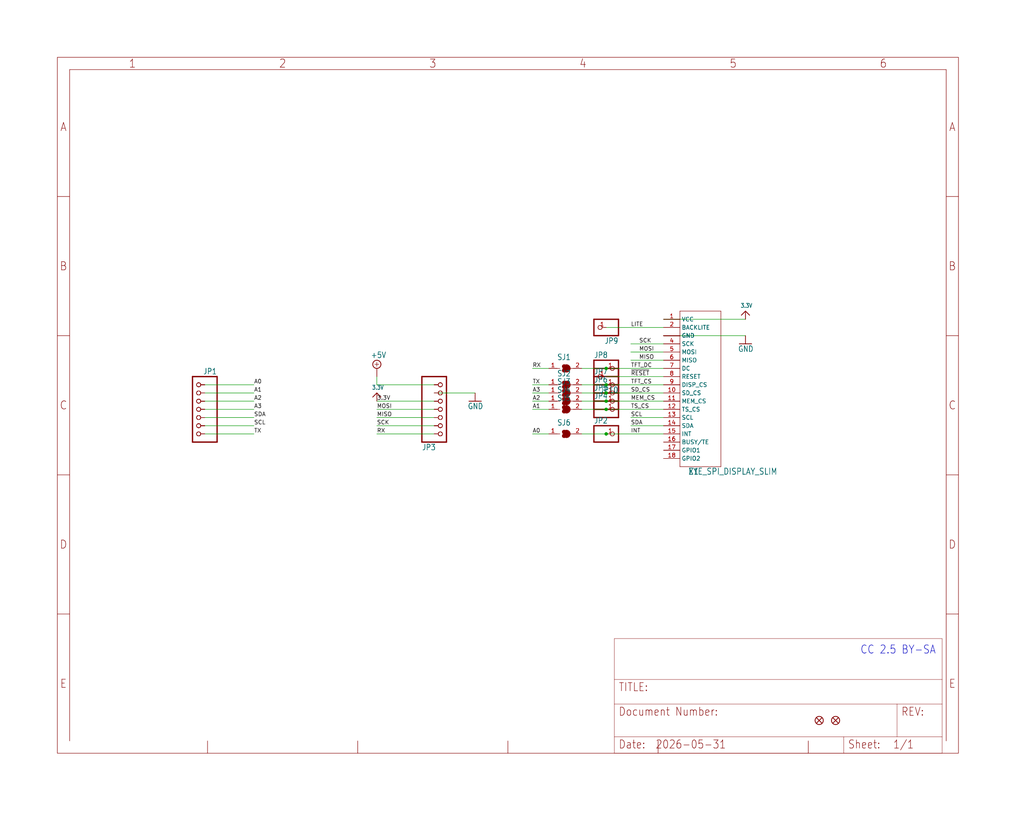
<source format=kicad_sch>
(kicad_sch (version 20230121) (generator eeschema)
  (paper "User" 317.5 254.127)
  (lib_symbols
    (symbol "working-eagle-import:+5V" (power)
      (property "Value" "+5V" (at -1.905 3.175 0))
      (symbol "+5V_1_0"
        (polyline (pts (xy -0.635 1.27) (xy 0.635 1.27)) (stroke (width 0.1524)))
        (polyline (pts (xy 0 0.635) (xy 0 1.905)) (stroke (width 0.1524)))
        (circle (center 0 1.27) (radius 1.27) (stroke (width 0.254)))
        (pin power_in line (at 0 -2.54 90) (length 2.54) (name "+5V") (number "1"))
      )
    )
    (symbol "working-eagle-import:3.3V" (power)
      (property "Value" "3.3V" (at -1.524 1.016 0))
      (symbol "3.3V_1_0"
        (polyline (pts (xy -1.27 -1.27) (xy 0 0)) (stroke (width 0.254)))
        (polyline (pts (xy 0 0) (xy 1.27 -1.27)) (stroke (width 0.254)))
        (pin power_in line (at 0 -2.54 90) (length 2.54) (name "3.3V") (number "1"))
      )
    )
    (symbol "working-eagle-import:EYE_SPI_DISPLAY_SLIM"
      (property "Reference" "X" (at 2.54 -27.94 0))
      (symbol "EYE_SPI_DISPLAY_SLIM_1_0"
        (polyline (pts (xy 0 -25.4) (xy 0 22.86)) (stroke (width 0.1524)))
        (polyline (pts (xy 0 22.86) (xy 12.7 22.86)) (stroke (width 0.1524)))
        (polyline (pts (xy 12.7 -25.4) (xy 0 -25.4)) (stroke (width 0.1524)))
        (polyline (pts (xy 12.7 22.86) (xy 12.7 -25.4)) (stroke (width 0.1524)))
        (pin power_in line (at -5.08 20.32 0) (length 5.08) (name "VCC") (number "1"))
        (pin input line (at -5.08 -2.54 0) (length 5.08) (name "SD_CS") (number "10"))
        (pin input line (at -5.08 -5.08 0) (length 5.08) (name "MEM_CS") (number "11"))
        (pin input line (at -5.08 -7.62 0) (length 5.08) (name "TS_CS") (number "12"))
        (pin input line (at -5.08 -10.16 0) (length 5.08) (name "SCL") (number "13"))
        (pin bidirectional line (at -5.08 -12.7 0) (length 5.08) (name "SDA") (number "14"))
        (pin output line (at -5.08 -15.24 0) (length 5.08) (name "INT") (number "15"))
        (pin output line (at -5.08 -17.78 0) (length 5.08) (name "BUSY/TE") (number "16"))
        (pin passive line (at -5.08 -20.32 0) (length 5.08) (name "GPIO1") (number "17"))
        (pin passive line (at -5.08 -22.86 0) (length 5.08) (name "GPIO2") (number "18"))
        (pin input line (at -5.08 17.78 0) (length 5.08) (name "BACKLITE") (number "2"))
        (pin power_in line (at -5.08 15.24 0) (length 5.08) (name "GND") (number "3"))
        (pin input line (at -5.08 12.7 0) (length 5.08) (name "SCK") (number "4"))
        (pin input line (at -5.08 10.16 0) (length 5.08) (name "MOSI") (number "5"))
        (pin output line (at -5.08 7.62 0) (length 5.08) (name "MISO") (number "6"))
        (pin input line (at -5.08 5.08 0) (length 5.08) (name "DC") (number "7"))
        (pin input line (at -5.08 2.54 0) (length 5.08) (name "RESET") (number "8"))
        (pin input line (at -5.08 0 0) (length 5.08) (name "DISP_CS") (number "9"))
        (pin power_in line (at -5.08 15.24 0) (length 5.08) (name "GND") (number "SUPPORT1"))
        (pin power_in line (at -5.08 15.24 0) (length 5.08) (name "GND") (number "SUPPORT2"))
      )
    )
    (symbol "working-eagle-import:FIDUCIAL_1MM"
      (symbol "FIDUCIAL_1MM_1_0"
        (polyline (pts (xy -0.762 0.762) (xy 0.762 -0.762)) (stroke (width 0.254)))
        (polyline (pts (xy 0.762 0.762) (xy -0.762 -0.762)) (stroke (width 0.254)))
        (circle (center 0 0) (radius 1.27) (stroke (width 0.254)))
      )
    )
    (symbol "working-eagle-import:FRAME_A_L"
      (symbol "FRAME_A_L_1_0"
        (polyline (pts (xy 0 43.18) (xy 3.81 43.18)))
        (polyline (pts (xy 0 86.36) (xy 3.81 86.36)))
        (polyline (pts (xy 0 129.54) (xy 3.81 129.54)))
        (polyline (pts (xy 0 172.72) (xy 3.81 172.72)))
        (polyline (pts (xy 3.81 3.81) (xy 3.81 212.09)))
        (polyline (pts (xy 46.5667 0) (xy 46.5667 3.81)))
        (polyline (pts (xy 93.1333 0) (xy 93.1333 3.81)))
        (polyline (pts (xy 139.7 0) (xy 139.7 3.81)))
        (polyline (pts (xy 186.2667 0) (xy 186.2667 3.81)))
        (polyline (pts (xy 232.8333 0) (xy 232.8333 3.81)))
        (polyline (pts (xy 275.59 3.81) (xy 275.59 212.09)))
        (polyline (pts (xy 275.59 43.18) (xy 279.4 43.18)))
        (polyline (pts (xy 275.59 86.36) (xy 279.4 86.36)))
        (polyline (pts (xy 275.59 129.54) (xy 279.4 129.54)))
        (polyline (pts (xy 275.59 172.72) (xy 279.4 172.72)))
        (polyline (pts (xy 275.59 212.09) (xy 3.81 212.09)))
        (polyline (pts (xy 0 0) (xy 279.4 0) (xy 279.4 215.9) (xy 0 215.9) (xy 0 0)))
        (text "1" (at 23.2833 213.995 0) (effects (font (size 2.54 2.286))))
        (text "2" (at 69.85 213.995 0) (effects (font (size 2.54 2.286))))
        (text "3" (at 116.4167 213.995 0) (effects (font (size 2.54 2.286))))
        (text "4" (at 162.9833 213.995 0) (effects (font (size 2.54 2.286))))
        (text "5" (at 209.55 213.995 0) (effects (font (size 2.54 2.286))))
        (text "6" (at 256.1167 213.995 0) (effects (font (size 2.54 2.286))))
        (text "A" (at 1.905 194.31 0) (effects (font (size 2.54 2.286))))
        (text "A" (at 277.495 194.31 0) (effects (font (size 2.54 2.286))))
        (text "B" (at 1.905 151.13 0) (effects (font (size 2.54 2.286))))
        (text "B" (at 277.495 151.13 0) (effects (font (size 2.54 2.286))))
        (text "C" (at 1.905 107.95 0) (effects (font (size 2.54 2.286))))
        (text "C" (at 277.495 107.95 0) (effects (font (size 2.54 2.286))))
        (text "D" (at 1.905 64.77 0) (effects (font (size 2.54 2.286))))
        (text "D" (at 277.495 64.77 0) (effects (font (size 2.54 2.286))))
        (text "E" (at 1.905 21.59 0) (effects (font (size 2.54 2.286))))
        (text "E" (at 277.495 21.59 0) (effects (font (size 2.54 2.286))))
      )
      (symbol "FRAME_A_L_2_0"
        (polyline (pts (xy 0 0) (xy 0 5.08)) (stroke (width 0.1016)))
        (polyline (pts (xy 0 0) (xy 71.12 0)) (stroke (width 0.1016)))
        (polyline (pts (xy 0 5.08) (xy 0 15.24)) (stroke (width 0.1016)))
        (polyline (pts (xy 0 5.08) (xy 71.12 5.08)) (stroke (width 0.1016)))
        (polyline (pts (xy 0 15.24) (xy 0 22.86)) (stroke (width 0.1016)))
        (polyline (pts (xy 0 22.86) (xy 0 35.56)) (stroke (width 0.1016)))
        (polyline (pts (xy 0 22.86) (xy 101.6 22.86)) (stroke (width 0.1016)))
        (polyline (pts (xy 71.12 0) (xy 101.6 0)) (stroke (width 0.1016)))
        (polyline (pts (xy 71.12 5.08) (xy 71.12 0)) (stroke (width 0.1016)))
        (polyline (pts (xy 71.12 5.08) (xy 87.63 5.08)) (stroke (width 0.1016)))
        (polyline (pts (xy 87.63 5.08) (xy 101.6 5.08)) (stroke (width 0.1016)))
        (polyline (pts (xy 87.63 15.24) (xy 0 15.24)) (stroke (width 0.1016)))
        (polyline (pts (xy 87.63 15.24) (xy 87.63 5.08)) (stroke (width 0.1016)))
        (polyline (pts (xy 101.6 5.08) (xy 101.6 0)) (stroke (width 0.1016)))
        (polyline (pts (xy 101.6 15.24) (xy 87.63 15.24)) (stroke (width 0.1016)))
        (polyline (pts (xy 101.6 15.24) (xy 101.6 5.08)) (stroke (width 0.1016)))
        (polyline (pts (xy 101.6 22.86) (xy 101.6 15.24)) (stroke (width 0.1016)))
        (polyline (pts (xy 101.6 35.56) (xy 0 35.56)) (stroke (width 0.1016)))
        (polyline (pts (xy 101.6 35.56) (xy 101.6 22.86)) (stroke (width 0.1016)))
        (text "${#}/${##}" (at 86.36 1.27 0) (effects (font (size 2.54 2.159)) (justify left bottom)))
        (text "${CURRENT_DATE}" (at 12.7 1.27 0) (effects (font (size 2.54 2.159)) (justify left bottom)))
        (text "${PROJECTNAME}" (at 17.78 19.05 0) (effects (font (size 2.54 2.159)) (justify left bottom)))
        (text "Date:" (at 1.27 1.27 0) (effects (font (size 2.54 2.159)) (justify left bottom)))
        (text "Document Number:" (at 1.27 11.43 0) (effects (font (size 2.54 2.159)) (justify left bottom)))
        (text "REV:" (at 88.9 11.43 0) (effects (font (size 2.54 2.159)) (justify left bottom)))
        (text "Sheet:" (at 72.39 1.27 0) (effects (font (size 2.54 2.159)) (justify left bottom)))
        (text "TITLE:" (at 1.27 19.05 0) (effects (font (size 2.54 2.159)) (justify left bottom)))
      )
    )
    (symbol "working-eagle-import:GND" (power)
      (property "Value" "GND" (at -2.54 -2.54 0))
      (symbol "GND_1_0"
        (polyline (pts (xy -1.905 0) (xy 1.905 0)) (stroke (width 0.254)))
        (pin power_in line (at 0 2.54 270) (length 2.54) (name "GND") (number "1"))
      )
    )
    (symbol "working-eagle-import:HEADER-1X12MM"
      (property "Reference" "JP" (at -6.35 3.175 0))
      (symbol "HEADER-1X12MM_1_0"
        (polyline (pts (xy -6.35 -2.54) (xy 1.27 -2.54)) (stroke (width 0.4064)))
        (polyline (pts (xy -6.35 2.54) (xy -6.35 -2.54)) (stroke (width 0.4064)))
        (polyline (pts (xy 1.27 -2.54) (xy 1.27 2.54)) (stroke (width 0.4064)))
        (polyline (pts (xy 1.27 2.54) (xy -6.35 2.54)) (stroke (width 0.4064)))
        (pin passive inverted (at -2.54 0 0) (length 2.54) (name "1") (number "1"))
      )
    )
    (symbol "working-eagle-import:HEADER-1X7_CASTEL"
      (property "Reference" "JP" (at -6.35 10.795 0))
      (symbol "HEADER-1X7_CASTEL_1_0"
        (polyline (pts (xy -6.35 -10.16) (xy 1.27 -10.16)) (stroke (width 0.4064)))
        (polyline (pts (xy -6.35 10.16) (xy -6.35 -10.16)) (stroke (width 0.4064)))
        (polyline (pts (xy 1.27 -10.16) (xy 1.27 10.16)) (stroke (width 0.4064)))
        (polyline (pts (xy 1.27 10.16) (xy -6.35 10.16)) (stroke (width 0.4064)))
        (pin passive inverted (at -2.54 7.62 0) (length 2.54) (name "1") (number "1"))
        (pin passive inverted (at -2.54 7.62 0) (length 2.54) (name "1") (number "1C"))
        (pin passive inverted (at -2.54 5.08 0) (length 2.54) (name "2") (number "2"))
        (pin passive inverted (at -2.54 5.08 0) (length 2.54) (name "2") (number "2C"))
        (pin passive inverted (at -2.54 2.54 0) (length 2.54) (name "3") (number "3"))
        (pin passive inverted (at -2.54 2.54 0) (length 2.54) (name "3") (number "3C"))
        (pin passive inverted (at -2.54 0 0) (length 2.54) (name "4") (number "4"))
        (pin passive inverted (at -2.54 0 0) (length 2.54) (name "4") (number "4C"))
        (pin passive inverted (at -2.54 -2.54 0) (length 2.54) (name "5") (number "5"))
        (pin passive inverted (at -2.54 -2.54 0) (length 2.54) (name "5") (number "5C"))
        (pin passive inverted (at -2.54 -5.08 0) (length 2.54) (name "6") (number "6"))
        (pin passive inverted (at -2.54 -5.08 0) (length 2.54) (name "6") (number "6C"))
        (pin passive inverted (at -2.54 -7.62 0) (length 2.54) (name "7") (number "7"))
        (pin passive inverted (at -2.54 -7.62 0) (length 2.54) (name "7") (number "7C"))
      )
    )
    (symbol "working-eagle-import:SOLDERJUMPER_CLOSED"
      (property "Reference" "SJ" (at -2.54 2.54 0))
      (symbol "SOLDERJUMPER_CLOSED_1_0"
        (arc (start -0.381 -0.635) (mid 0.2541 -0.0001) (end -0.3808 0.635) (stroke (width 1.27)))
        (polyline (pts (xy -2.54 0) (xy -1.651 0)) (stroke (width 0.1524)))
        (polyline (pts (xy -0.635 0) (xy 0.635 0)) (stroke (width 0.4064)))
        (polyline (pts (xy 2.54 0) (xy 1.651 0)) (stroke (width 0.1524)))
        (arc (start 0.3808 -0.635) (mid 1.0132 -0.0001) (end 0.381 0.635) (stroke (width 1.27)))
        (pin passive line (at -5.08 0 0) (length 2.54) (name "1") (number "1"))
        (pin passive line (at 5.08 0 180) (length 2.54) (name "2") (number "2"))
      )
    )
  )
  (junction (at 187.96 119.38))
  (junction (at 187.96 134.62))
  (junction (at 187.96 127))
  (junction (at 187.96 124.46))
  (junction (at 187.96 114.3))
  (junction (at 187.96 121.92))
  (wire (pts (xy 205.74 99.06) (xy 231.14 99.06)) (stroke (width 0.1524)))
  (wire (pts (xy 180.34 134.62) (xy 187.96 134.62)) (stroke (width 0.1524)))
  (wire (pts (xy 78.74 134.62) (xy 63.5 134.62)) (stroke (width 0.1524)))
  (wire (pts (xy 165.1 119.38) (xy 170.18 119.38)) (stroke (width 0.1524)))
  (wire (pts (xy 116.84 127) (xy 134.62 127)) (stroke (width 0.1524)))
  (wire (pts (xy 134.62 124.46) (xy 116.84 124.46)) (stroke (width 0.1524)))
  (wire (pts (xy 134.62 121.92) (xy 147.32 121.92)) (stroke (width 0.1524)))
  (wire (pts (xy 187.96 124.46) (xy 205.74 124.46)) (stroke (width 0.1524)))
  (wire (pts (xy 116.84 132.08) (xy 134.62 132.08)) (stroke (width 0.1524)))
  (wire (pts (xy 180.34 119.38) (xy 187.96 119.38)) (stroke (width 0.1524)))
  (wire (pts (xy 134.62 134.62) (xy 116.84 134.62)) (stroke (width 0.1524)))
  (wire (pts (xy 205.74 116.84) (xy 187.96 116.84)) (stroke (width 0.1524)))
  (wire (pts (xy 180.34 114.3) (xy 187.96 114.3)) (stroke (width 0.1524)))
  (wire (pts (xy 63.5 119.38) (xy 78.74 119.38)) (stroke (width 0.1524)))
  (wire (pts (xy 187.96 134.62) (xy 205.74 134.62)) (stroke (width 0.1524)))
  (wire (pts (xy 180.34 124.46) (xy 187.96 124.46)) (stroke (width 0.1524)))
  (wire (pts (xy 205.74 106.68) (xy 195.58 106.68)) (stroke (width 0.1524)))
  (wire (pts (xy 165.1 134.62) (xy 170.18 134.62)) (stroke (width 0.1524)))
  (wire (pts (xy 116.84 119.38) (xy 116.84 116.84)) (stroke (width 0.1524)))
  (wire (pts (xy 165.1 114.3) (xy 170.18 114.3)) (stroke (width 0.1524)))
  (wire (pts (xy 205.74 111.76) (xy 195.58 111.76)) (stroke (width 0.1524)))
  (wire (pts (xy 187.96 114.3) (xy 205.74 114.3)) (stroke (width 0.1524)))
  (wire (pts (xy 165.1 124.46) (xy 170.18 124.46)) (stroke (width 0.1524)))
  (wire (pts (xy 63.5 132.08) (xy 78.74 132.08)) (stroke (width 0.1524)))
  (wire (pts (xy 134.62 129.54) (xy 116.84 129.54)) (stroke (width 0.1524)))
  (wire (pts (xy 205.74 121.92) (xy 187.96 121.92)) (stroke (width 0.1524)))
  (wire (pts (xy 63.5 127) (xy 78.74 127)) (stroke (width 0.1524)))
  (wire (pts (xy 78.74 129.54) (xy 63.5 129.54)) (stroke (width 0.1524)))
  (wire (pts (xy 195.58 109.22) (xy 205.74 109.22)) (stroke (width 0.1524)))
  (wire (pts (xy 205.74 104.14) (xy 231.14 104.14)) (stroke (width 0.1524)))
  (wire (pts (xy 205.74 127) (xy 187.96 127)) (stroke (width 0.1524)))
  (wire (pts (xy 205.74 132.08) (xy 195.58 132.08)) (stroke (width 0.1524)))
  (wire (pts (xy 78.74 124.46) (xy 63.5 124.46)) (stroke (width 0.1524)))
  (wire (pts (xy 195.58 129.54) (xy 205.74 129.54)) (stroke (width 0.1524)))
  (wire (pts (xy 187.96 101.6) (xy 205.74 101.6)) (stroke (width 0.1524)))
  (wire (pts (xy 187.96 119.38) (xy 205.74 119.38)) (stroke (width 0.1524)))
  (wire (pts (xy 134.62 119.38) (xy 116.84 119.38)) (stroke (width 0.1524)))
  (wire (pts (xy 170.18 127) (xy 165.1 127)) (stroke (width 0.1524)))
  (wire (pts (xy 170.18 121.92) (xy 165.1 121.92)) (stroke (width 0.1524)))
  (wire (pts (xy 63.5 121.92) (xy 78.74 121.92)) (stroke (width 0.1524)))
  (wire (pts (xy 187.96 127) (xy 180.34 127)) (stroke (width 0.1524)))
  (wire (pts (xy 187.96 121.92) (xy 180.34 121.92)) (stroke (width 0.1524)))
  (text "CC 2.5 BY-SA" (at 266.7 203.2 0) (effects (font (size 2.54 2.159)) (justify left bottom)))
  (label "INT" (at 195.58 134.62 0) (effects (font (size 1.2446 1.2446))))
  (label "SCL" (at 78.74 132.08 0) (effects (font (size 1.2446 1.2446))))
  (label "A1" (at 78.74 121.92 0) (effects (font (size 1.2446 1.2446))))
  (label "A2" (at 165.1 124.46 0) (effects (font (size 1.2446 1.2446))))
  (label "A2" (at 78.74 124.46 0) (effects (font (size 1.2446 1.2446))))
  (label "A3" (at 165.1 121.92 0) (effects (font (size 1.2446 1.2446))))
  (label "A0" (at 78.74 119.38 0) (effects (font (size 1.2446 1.2446))))
  (label "SD_CS" (at 195.58 121.92 0) (effects (font (size 1.2446 1.2446))))
  (label "TX" (at 78.74 134.62 0) (effects (font (size 1.2446 1.2446))))
  (label "TFT_CS" (at 195.58 119.38 0) (effects (font (size 1.2446 1.2446))))
  (label "LITE" (at 195.58 101.6 0) (effects (font (size 1.2446 1.2446))))
  (label "MOSI" (at 116.84 127 0) (effects (font (size 1.2446 1.2446))))
  (label "TX" (at 165.1 119.38 0) (effects (font (size 1.2446 1.2446))))
  (label "SCK" (at 198.12 106.68 0) (effects (font (size 1.2446 1.2446))))
  (label "TFT_DC" (at 195.58 114.3 0) (effects (font (size 1.2446 1.2446))))
  (label "A1" (at 165.1 127 0) (effects (font (size 1.2446 1.2446))))
  (label "MOSI" (at 198.12 109.22 0) (effects (font (size 1.2446 1.2446))))
  (label "SCL" (at 195.58 129.54 0) (effects (font (size 1.2446 1.2446))))
  (label "3.3V" (at 116.84 124.46 0) (effects (font (size 1.2446 1.2446))))
  (label "MISO" (at 116.84 129.54 0) (effects (font (size 1.2446 1.2446))))
  (label "SDA" (at 195.58 132.08 0) (effects (font (size 1.2446 1.2446))))
  (label "SDA" (at 78.74 129.54 0) (effects (font (size 1.2446 1.2446))))
  (label "TS_CS" (at 195.58 127 0) (effects (font (size 1.2446 1.2446))))
  (label "RX" (at 116.84 134.62 0) (effects (font (size 1.2446 1.2446))))
  (label "SCK" (at 116.84 132.08 0) (effects (font (size 1.2446 1.2446))))
  (label "A0" (at 165.1 134.62 0) (effects (font (size 1.2446 1.2446))))
  (label "MEM_CS" (at 195.58 124.46 0) (effects (font (size 1.2446 1.2446))))
  (label "MISO" (at 198.12 111.76 0) (effects (font (size 1.2446 1.2446))))
  (label "A3" (at 78.74 127 0) (effects (font (size 1.2446 1.2446))))
  (label "RX" (at 165.1 114.3 0) (effects (font (size 1.2446 1.2446))))
  (label "~{RESET}" (at 195.58 116.84 0) (effects (font (size 1.2446 1.2446))))
  (symbol (lib_id "working-eagle-import:HEADER-1X12MM") (at 190.5 134.62 0) (unit 1)
    (property "Reference" "JP2" (at 184.15 131.445 0) (effects (font (size 1.778 1.5113)) (justify left bottom)))
    (property "Value" "HEADER-1X12MM" (effects hide))
    (property "Footprint" "working:1X01_2MM" (effects hide))
  )
  (symbol (lib_id "working-eagle-import:HEADER-1X12MM") (at 190.5 121.92 0) (unit 1)
    (property "Reference" "JP6" (at 184.15 118.745 0) (effects (font (size 1.778 1.5113)) (justify left bottom)))
    (property "Value" "HEADER-1X12MM" (effects hide))
    (property "Footprint" "working:1X01_2MM" (effects hide))
  )
  (symbol (lib_id "working-eagle-import:FIDUCIAL_1MM") (at 254 223.52 0) (unit 1)
    (property "Reference" "U$8" (effects hide))
    (property "Value" "FIDUCIAL_1MM" (effects hide))
    (property "Footprint" "working:FIDUCIAL_1MM" (effects hide))
  )
  (symbol (lib_id "working-eagle-import:FRAME_A_L") (at 190.5 233.68 0) (unit 2)
    (property "Reference" "#FRAME1" (effects hide))
    (property "Value" "FRAME_A_L" (effects hide))
  )
  (symbol (lib_id "working-eagle-import:+5V") (at 116.84 114.3 0) (unit 1)
    (property "Reference" "#SUPPLY3" (effects hide))
    (property "Value" "+5V" (at 114.935 111.125 0) (effects (font (size 1.778 1.5113)) (justify left bottom)))
  )
  (symbol (lib_id "working-eagle-import:HEADER-1X12MM") (at 190.5 119.38 0) (unit 1)
    (property "Reference" "JP7" (at 184.15 116.205 0) (effects (font (size 1.778 1.5113)) (justify left bottom)))
    (property "Value" "HEADER-1X12MM" (effects hide))
    (property "Footprint" "working:1X01_2MM" (effects hide))
  )
  (symbol (lib_id "working-eagle-import:HEADER-1X12MM") (at 190.5 114.3 0) (unit 1)
    (property "Reference" "JP8" (at 184.15 111.125 0) (effects (font (size 1.778 1.5113)) (justify left bottom)))
    (property "Value" "HEADER-1X12MM" (effects hide))
    (property "Footprint" "working:1X01_2MM" (effects hide))
  )
  (symbol (lib_id "working-eagle-import:HEADER-1X12MM") (at 185.42 101.6 180) (unit 1)
    (property "Reference" "JP9" (at 191.77 104.775 0) (effects (font (size 1.778 1.5113)) (justify left bottom)))
    (property "Value" "HEADER-1X12MM" (effects hide))
    (property "Footprint" "working:1X01_2MM" (effects hide))
  )
  (symbol (lib_id "working-eagle-import:3.3V") (at 231.14 96.52 0) (unit 1)
    (property "Reference" "#U$11" (effects hide))
    (property "Value" "3.3V" (at 229.616 95.504 0) (effects (font (size 1.27 1.0795)) (justify left bottom)))
  )
  (symbol (lib_id "working-eagle-import:SOLDERJUMPER_CLOSED") (at 175.26 127 0) (unit 1)
    (property "Reference" "SJ5" (at 172.72 124.46 0) (effects (font (size 1.778 1.5113)) (justify left bottom)))
    (property "Value" "SOLDERJUMPER_CLOSED" (effects hide))
    (property "Footprint" "working:SOLDERJUMPER_CLOSEDWIRE" (effects hide))
  )
  (symbol (lib_id "working-eagle-import:HEADER-1X12MM") (at 190.5 127 0) (unit 1)
    (property "Reference" "JP4" (at 184.15 123.825 0) (effects (font (size 1.778 1.5113)) (justify left bottom)))
    (property "Value" "HEADER-1X12MM" (effects hide))
    (property "Footprint" "working:1X01_2MM" (effects hide))
  )
  (symbol (lib_id "working-eagle-import:SOLDERJUMPER_CLOSED") (at 175.26 124.46 0) (unit 1)
    (property "Reference" "SJ4" (at 172.72 121.92 0) (effects (font (size 1.778 1.5113)) (justify left bottom)))
    (property "Value" "SOLDERJUMPER_CLOSED" (effects hide))
    (property "Footprint" "working:SOLDERJUMPER_CLOSEDWIRE" (effects hide))
  )
  (symbol (lib_id "working-eagle-import:GND") (at 147.32 124.46 0) (mirror y) (unit 1)
    (property "Reference" "#GND2" (effects hide))
    (property "Value" "GND" (at 149.86 127 0) (effects (font (size 1.778 1.5113)) (justify left bottom)))
  )
  (symbol (lib_id "working-eagle-import:FRAME_A_L") (at 17.78 233.68 0) (unit 1)
    (property "Reference" "#FRAME1" (effects hide))
    (property "Value" "FRAME_A_L" (effects hide))
  )
  (symbol (lib_id "working-eagle-import:SOLDERJUMPER_CLOSED") (at 175.26 119.38 0) (unit 1)
    (property "Reference" "SJ2" (at 172.72 116.84 0) (effects (font (size 1.778 1.5113)) (justify left bottom)))
    (property "Value" "SOLDERJUMPER_CLOSED" (effects hide))
    (property "Footprint" "working:SOLDERJUMPER_CLOSEDWIRE" (effects hide))
  )
  (symbol (lib_id "working-eagle-import:SOLDERJUMPER_CLOSED") (at 175.26 134.62 0) (unit 1)
    (property "Reference" "SJ6" (at 172.72 132.08 0) (effects (font (size 1.778 1.5113)) (justify left bottom)))
    (property "Value" "SOLDERJUMPER_CLOSED" (effects hide))
    (property "Footprint" "working:SOLDERJUMPER_CLOSEDWIRE" (effects hide))
  )
  (symbol (lib_id "working-eagle-import:SOLDERJUMPER_CLOSED") (at 175.26 121.92 0) (unit 1)
    (property "Reference" "SJ3" (at 172.72 119.38 0) (effects (font (size 1.778 1.5113)) (justify left bottom)))
    (property "Value" "SOLDERJUMPER_CLOSED" (effects hide))
    (property "Footprint" "working:SOLDERJUMPER_CLOSEDWIRE" (effects hide))
  )
  (symbol (lib_id "working-eagle-import:HEADER-1X12MM") (at 190.5 124.46 0) (unit 1)
    (property "Reference" "JP5" (at 184.15 121.285 0) (effects (font (size 1.778 1.5113)) (justify left bottom)))
    (property "Value" "HEADER-1X12MM" (effects hide))
    (property "Footprint" "working:1X01_2MM" (effects hide))
  )
  (symbol (lib_id "working-eagle-import:HEADER-1X12MM") (at 185.42 116.84 180) (unit 1)
    (property "Reference" "JP10" (at 191.77 120.015 0) (effects (font (size 1.778 1.5113)) (justify left bottom)))
    (property "Value" "HEADER-1X12MM" (effects hide))
    (property "Footprint" "working:1X01_2MM" (effects hide))
  )
  (symbol (lib_id "working-eagle-import:EYE_SPI_DISPLAY_SLIM") (at 210.82 119.38 0) (unit 1)
    (property "Reference" "X1" (at 213.36 147.32 0) (effects (font (size 1.9304 1.6408)) (justify left bottom)))
    (property "Value" "EYE_SPI_DISPLAY_SLIM" (at 213.36 147.32 0) (effects (font (size 1.9304 1.6408)) (justify left bottom)))
    (property "Footprint" "working:EYE_SPI_DISPLAY_SLIM" (effects hide))
  )
  (symbol (lib_id "working-eagle-import:GND") (at 231.14 106.68 0) (mirror y) (unit 1)
    (property "Reference" "#GND1" (effects hide))
    (property "Value" "GND" (at 233.68 109.22 0) (effects (font (size 1.778 1.5113)) (justify left bottom)))
  )
  (symbol (lib_id "working-eagle-import:3.3V") (at 116.84 121.92 0) (unit 1)
    (property "Reference" "#U$1" (effects hide))
    (property "Value" "3.3V" (at 115.316 120.904 0) (effects (font (size 1.27 1.0795)) (justify left bottom)))
  )
  (symbol (lib_id "working-eagle-import:HEADER-1X7_CASTEL") (at 137.16 127 0) (mirror x) (unit 1)
    (property "Reference" "JP3" (at 130.81 137.795 0) (effects (font (size 1.778 1.5113)) (justify left bottom)))
    (property "Value" "HEADER-1X7_CASTEL" (effects hide))
    (property "Footprint" "working:1X07_CASTEL" (effects hide))
  )
  (symbol (lib_id "working-eagle-import:FIDUCIAL_1MM") (at 259.08 223.52 0) (unit 1)
    (property "Reference" "U$6" (effects hide))
    (property "Value" "FIDUCIAL_1MM" (effects hide))
    (property "Footprint" "working:FIDUCIAL_1MM" (effects hide))
  )
  (symbol (lib_id "working-eagle-import:SOLDERJUMPER_CLOSED") (at 175.26 114.3 0) (unit 1)
    (property "Reference" "SJ1" (at 172.72 111.76 0) (effects (font (size 1.778 1.5113)) (justify left bottom)))
    (property "Value" "SOLDERJUMPER_CLOSED" (effects hide))
    (property "Footprint" "working:SOLDERJUMPER_CLOSEDWIRE" (effects hide))
  )
  (symbol (lib_id "working-eagle-import:HEADER-1X7_CASTEL") (at 60.96 127 0) (mirror y) (unit 1)
    (property "Reference" "JP1" (at 67.31 116.205 0) (effects (font (size 1.778 1.5113)) (justify left bottom)))
    (property "Value" "HEADER-1X7_CASTEL" (effects hide))
    (property "Footprint" "working:1X07_CASTEL" (effects hide))
  )
)
</source>
